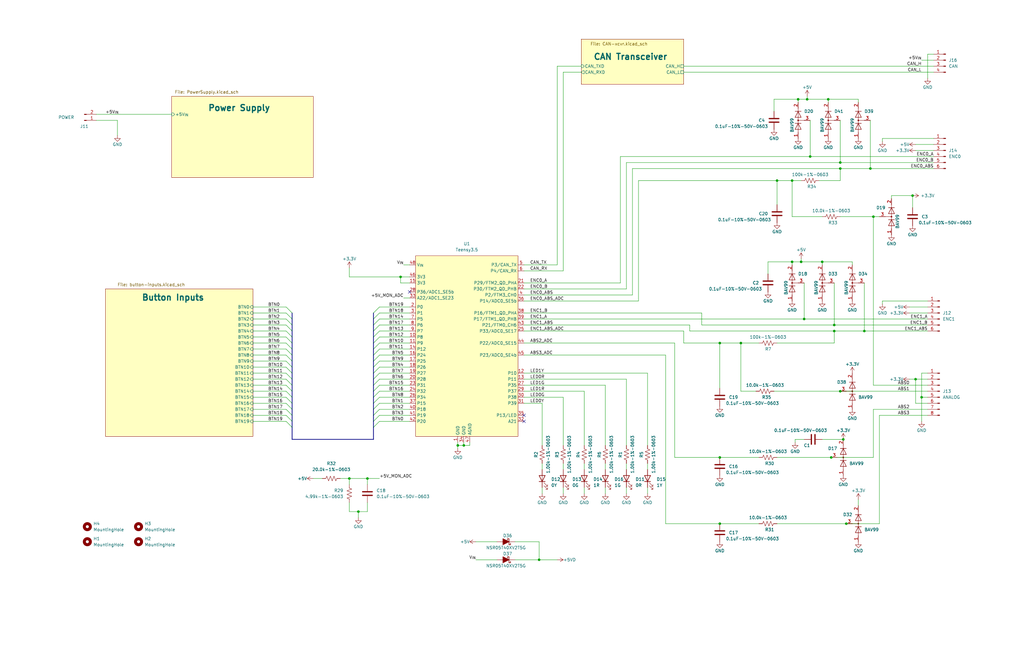
<source format=kicad_sch>
(kicad_sch (version 20211123) (generator eeschema)
  (paper "USLedger")
  (title_block (title "Button Board 2") (date "2022-12-11") (rev "1") (company "971 Spartan Robotics"))
  (junction (at 356.87 220.98))
  (junction (at 195.58 187.96))
  (junction (at 354.33 71.12))
  (junction (at 154.94 201.93))
  (junction (at 151.13 215.9))
  (junction (at 349.25 41.91))
  (junction (at 341.63 66.04))
  (junction (at 327.66 76.2))
  (junction (at 354.33 165.1))
  (junction (at 227.33 236.22))
  (junction (at 336.55 41.91))
  (junction (at 386.08 160.02))
  (junction (at 388.62 167.64))
  (junction (at 337.82 110.49))
  (junction (at 367.03 71.12))
  (junction (at 368.3 91.44))
  (junction (at 303.53 193.04))
  (junction (at 350.52 193.04))
  (junction (at 384.81 82.55))
  (junction (at 354.33 68.58))
  (junction (at 193.04 187.96))
  (junction (at 312.42 144.78))
  (junction (at 340.36 41.91))
  (junction (at 346.71 110.49))
  (junction (at 334.01 76.2))
  (junction (at 339.09 134.62))
  (junction (at 303.53 220.98))
  (junction (at 351.79 139.7))
  (junction (at 147.32 201.93))
  (junction (at 303.53 144.78))
  (junction (at 355.6 185.42))
  (junction (at 364.49 139.7))
  (junction (at 334.01 110.49))
  (junction (at 168.91 116.84))
  (junction (at 351.79 137.16))
  (no_connect (at 220.98 175.26))
  (no_connect (at 220.98 177.8))
  (no_connect (at 172.72 123.19))
  (bus_entry (at 160.02 132.08) (size -2.54 2.54))
  (bus_entry (at 160.02 147.32) (size -2.54 2.54))
  (bus_entry (at 160.02 144.78) (size -2.54 2.54))
  (bus_entry (at 160.02 142.24) (size -2.54 2.54))
  (bus_entry (at 160.02 137.16) (size -2.54 2.54))
  (bus_entry (at 120.65 132.08) (size 2.54 2.54))
  (bus_entry (at 120.65 134.62) (size 2.54 2.54))
  (bus_entry (at 120.65 137.16) (size 2.54 2.54))
  (bus_entry (at 120.65 129.54) (size 2.54 2.54))
  (bus_entry (at 120.65 139.7) (size 2.54 2.54))
  (bus_entry (at 120.65 142.24) (size 2.54 2.54))
  (bus_entry (at 120.65 144.78) (size 2.54 2.54))
  (bus_entry (at 120.65 162.56) (size 2.54 2.54))
  (bus_entry (at 120.65 167.64) (size 2.54 2.54))
  (bus_entry (at 120.65 165.1) (size 2.54 2.54))
  (bus_entry (at 120.65 175.26) (size 2.54 2.54))
  (bus_entry (at 120.65 177.8) (size 2.54 2.54))
  (bus_entry (at 120.65 172.72) (size 2.54 2.54))
  (bus_entry (at 120.65 170.18) (size 2.54 2.54))
  (bus_entry (at 120.65 160.02) (size 2.54 2.54))
  (bus_entry (at 120.65 157.48) (size 2.54 2.54))
  (bus_entry (at 120.65 154.94) (size 2.54 2.54))
  (bus_entry (at 120.65 147.32) (size 2.54 2.54))
  (bus_entry (at 120.65 149.86) (size 2.54 2.54))
  (bus_entry (at 120.65 152.4) (size 2.54 2.54))
  (bus_entry (at 160.02 157.48) (size -2.54 2.54))
  (bus_entry (at 160.02 152.4) (size -2.54 2.54))
  (bus_entry (at 160.02 172.72) (size -2.54 2.54))
  (bus_entry (at 160.02 165.1) (size -2.54 2.54))
  (bus_entry (at 160.02 170.18) (size -2.54 2.54))
  (bus_entry (at 160.02 177.8) (size -2.54 2.54))
  (bus_entry (at 160.02 160.02) (size -2.54 2.54))
  (bus_entry (at 160.02 162.56) (size -2.54 2.54))
  (bus_entry (at 160.02 175.26) (size -2.54 2.54))
  (bus_entry (at 160.02 167.64) (size -2.54 2.54))
  (bus_entry (at 160.02 154.94) (size -2.54 2.54))
  (bus_entry (at 160.02 149.86) (size -2.54 2.54))
  (bus_entry (at 160.02 129.54) (size -2.54 2.54))
  (bus_entry (at 160.02 134.62) (size -2.54 2.54))
  (bus_entry (at 160.02 139.7) (size -2.54 2.54))
  (wire (pts (xy 160.02 134.62) (xy 172.72 134.62)))
  (wire (pts (xy 147.32 113.03) (xy 147.32 116.84)))
  (bus (pts (xy 123.19 162.56) (xy 123.19 165.1)))
  (wire (pts (xy 303.53 144.78) (xy 312.42 144.78)))
  (wire (pts (xy 154.94 204.47) (xy 154.94 201.93)))
  (wire (pts (xy 290.83 139.7) (xy 290.83 137.16)))
  (wire (pts (xy 160.02 167.64) (xy 172.72 167.64)))
  (wire (pts (xy 341.63 66.04) (xy 393.7 66.04)))
  (wire (pts (xy 391.16 175.26) (xy 370.84 175.26)))
  (wire (pts (xy 237.49 205.74) (xy 237.49 208.28)))
  (wire (pts (xy 393.7 68.58) (xy 354.33 68.58)))
  (wire (pts (xy 375.92 82.55) (xy 375.92 83.82)))
  (wire (pts (xy 334.01 110.49) (xy 323.85 110.49)))
  (wire (pts (xy 106.68 162.56) (xy 120.65 162.56)))
  (wire (pts (xy 288.29 144.78) (xy 303.53 144.78)))
  (bus (pts (xy 123.19 160.02) (xy 123.19 162.56)))
  (wire (pts (xy 151.13 215.9) (xy 154.94 215.9)))
  (wire (pts (xy 160.02 147.32) (xy 172.72 147.32)))
  (wire (pts (xy 160.02 177.8) (xy 172.72 177.8)))
  (wire (pts (xy 339.09 134.62) (xy 391.16 134.62)))
  (wire (pts (xy 383.54 129.54) (xy 391.16 129.54)))
  (wire (pts (xy 391.16 139.7) (xy 364.49 139.7)))
  (wire (pts (xy 220.98 170.18) (xy 228.6 170.18)))
  (wire (pts (xy 227.33 236.22) (xy 234.95 236.22)))
  (wire (pts (xy 327.66 76.2) (xy 334.01 76.2)))
  (wire (pts (xy 234.95 27.94) (xy 234.95 111.76)))
  (wire (pts (xy 106.68 157.48) (xy 120.65 157.48)))
  (wire (pts (xy 295.91 132.08) (xy 295.91 137.16)))
  (wire (pts (xy 340.36 41.91) (xy 349.25 41.91)))
  (wire (pts (xy 220.98 157.48) (xy 273.05 157.48)))
  (bus (pts (xy 157.48 144.78) (xy 157.48 147.32)))
  (wire (pts (xy 334.01 76.2) (xy 337.82 76.2)))
  (bus (pts (xy 157.48 172.72) (xy 157.48 175.26)))
  (bus (pts (xy 157.48 170.18) (xy 157.48 172.72)))
  (wire (pts (xy 354.33 71.12) (xy 266.7 71.12)))
  (wire (pts (xy 160.02 160.02) (xy 172.72 160.02)))
  (wire (pts (xy 361.95 41.91) (xy 361.95 43.18)))
  (wire (pts (xy 383.54 160.02) (xy 386.08 160.02)))
  (wire (pts (xy 303.53 193.04) (xy 284.48 193.04)))
  (bus (pts (xy 157.48 160.02) (xy 157.48 162.56)))
  (wire (pts (xy 106.68 139.7) (xy 120.65 139.7)))
  (wire (pts (xy 246.38 198.12) (xy 246.38 195.58)))
  (wire (pts (xy 160.02 152.4) (xy 172.72 152.4)))
  (wire (pts (xy 372.11 58.42) (xy 372.11 59.69)))
  (wire (pts (xy 220.98 121.92) (xy 264.16 121.92)))
  (wire (pts (xy 160.02 129.54) (xy 172.72 129.54)))
  (wire (pts (xy 351.79 139.7) (xy 290.83 139.7)))
  (wire (pts (xy 288.29 144.78) (xy 288.29 139.7)))
  (wire (pts (xy 106.68 137.16) (xy 120.65 137.16)))
  (wire (pts (xy 106.68 167.64) (xy 120.65 167.64)))
  (wire (pts (xy 195.58 187.96) (xy 193.04 187.96)))
  (wire (pts (xy 368.3 172.72) (xy 368.3 193.04)))
  (bus (pts (xy 123.19 165.1) (xy 123.19 167.64)))
  (wire (pts (xy 246.38 208.28) (xy 246.38 205.74)))
  (bus (pts (xy 123.19 170.18) (xy 123.19 172.72)))
  (wire (pts (xy 337.82 110.49) (xy 346.71 110.49)))
  (wire (pts (xy 154.94 201.93) (xy 160.02 201.93)))
  (wire (pts (xy 356.87 220.98) (xy 370.84 220.98)))
  (wire (pts (xy 151.13 215.9) (xy 151.13 218.44)))
  (wire (pts (xy 340.36 40.64) (xy 340.36 41.91)))
  (wire (pts (xy 168.91 119.38) (xy 168.91 116.84)))
  (wire (pts (xy 106.68 170.18) (xy 120.65 170.18)))
  (wire (pts (xy 345.44 76.2) (xy 354.33 76.2)))
  (wire (pts (xy 195.58 186.69) (xy 195.58 187.96)))
  (wire (pts (xy 168.91 116.84) (xy 147.32 116.84)))
  (wire (pts (xy 391.16 33.02) (xy 391.16 22.86)))
  (wire (pts (xy 334.01 91.44) (xy 334.01 76.2)))
  (wire (pts (xy 318.77 165.1) (xy 312.42 165.1)))
  (wire (pts (xy 269.24 76.2) (xy 269.24 127)))
  (wire (pts (xy 326.39 165.1) (xy 354.33 165.1)))
  (wire (pts (xy 106.68 144.78) (xy 120.65 144.78)))
  (wire (pts (xy 337.82 110.49) (xy 334.01 110.49)))
  (wire (pts (xy 273.05 198.12) (xy 273.05 195.58)))
  (wire (pts (xy 354.33 50.8) (xy 354.33 68.58)))
  (bus (pts (xy 157.48 162.56) (xy 157.48 165.1)))
  (wire (pts (xy 386.08 63.5) (xy 393.7 63.5)))
  (wire (pts (xy 132.08 201.93) (xy 135.89 201.93)))
  (wire (pts (xy 160.02 175.26) (xy 172.72 175.26)))
  (wire (pts (xy 340.36 41.91) (xy 336.55 41.91)))
  (wire (pts (xy 154.94 212.09) (xy 154.94 215.9)))
  (wire (pts (xy 303.53 220.98) (xy 320.04 220.98)))
  (wire (pts (xy 237.49 30.48) (xy 237.49 114.3)))
  (wire (pts (xy 337.82 109.22) (xy 337.82 110.49)))
  (wire (pts (xy 384.81 87.63) (xy 384.81 82.55)))
  (wire (pts (xy 336.55 41.91) (xy 326.39 41.91)))
  (wire (pts (xy 200.66 236.22) (xy 209.55 236.22)))
  (wire (pts (xy 346.71 110.49) (xy 346.71 111.76)))
  (wire (pts (xy 354.33 165.1) (xy 391.16 165.1)))
  (wire (pts (xy 255.27 198.12) (xy 255.27 195.58)))
  (wire (pts (xy 147.32 201.93) (xy 154.94 201.93)))
  (wire (pts (xy 370.84 175.26) (xy 370.84 220.98)))
  (wire (pts (xy 327.66 220.98) (xy 356.87 220.98)))
  (bus (pts (xy 123.19 180.34) (xy 123.19 185.42)))
  (wire (pts (xy 220.98 134.62) (xy 339.09 134.62)))
  (wire (pts (xy 220.98 144.78) (xy 284.48 144.78)))
  (wire (pts (xy 193.04 186.69) (xy 193.04 187.96)))
  (bus (pts (xy 157.48 157.48) (xy 157.48 160.02)))
  (wire (pts (xy 326.39 41.91) (xy 326.39 46.99)))
  (wire (pts (xy 364.49 139.7) (xy 351.79 139.7)))
  (wire (pts (xy 312.42 165.1) (xy 312.42 144.78)))
  (wire (pts (xy 220.98 149.86) (xy 280.67 149.86)))
  (wire (pts (xy 386.08 170.18) (xy 386.08 160.02)))
  (wire (pts (xy 220.98 127) (xy 269.24 127)))
  (wire (pts (xy 264.16 208.28) (xy 264.16 205.74)))
  (wire (pts (xy 351.79 144.78) (xy 351.79 139.7)))
  (wire (pts (xy 346.71 185.42) (xy 355.6 185.42)))
  (wire (pts (xy 273.05 187.96) (xy 273.05 157.48)))
  (bus (pts (xy 157.48 149.86) (xy 157.48 152.4)))
  (wire (pts (xy 288.29 30.48) (xy 393.7 30.48)))
  (bus (pts (xy 123.19 142.24) (xy 123.19 144.78)))
  (wire (pts (xy 106.68 149.86) (xy 120.65 149.86)))
  (bus (pts (xy 157.48 137.16) (xy 157.48 139.7)))
  (wire (pts (xy 160.02 165.1) (xy 172.72 165.1)))
  (wire (pts (xy 391.16 22.86) (xy 393.7 22.86)))
  (wire (pts (xy 160.02 154.94) (xy 172.72 154.94)))
  (wire (pts (xy 106.68 175.26) (xy 120.65 175.26)))
  (wire (pts (xy 372.11 127) (xy 391.16 127)))
  (wire (pts (xy 368.3 91.44) (xy 368.3 162.56)))
  (wire (pts (xy 386.08 60.96) (xy 393.7 60.96)))
  (wire (pts (xy 354.33 76.2) (xy 354.33 71.12)))
  (wire (pts (xy 350.52 193.04) (xy 327.66 193.04)))
  (wire (pts (xy 245.11 27.94) (xy 234.95 27.94)))
  (wire (pts (xy 227.33 236.22) (xy 217.17 236.22)))
  (wire (pts (xy 335.28 186.69) (xy 335.28 185.42)))
  (wire (pts (xy 160.02 137.16) (xy 172.72 137.16)))
  (wire (pts (xy 273.05 208.28) (xy 273.05 205.74)))
  (wire (pts (xy 106.68 160.02) (xy 120.65 160.02)))
  (bus (pts (xy 157.48 152.4) (xy 157.48 154.94)))
  (wire (pts (xy 220.98 124.46) (xy 266.7 124.46)))
  (wire (pts (xy 327.66 144.78) (xy 351.79 144.78)))
  (wire (pts (xy 336.55 41.91) (xy 336.55 43.18)))
  (wire (pts (xy 312.42 144.78) (xy 320.04 144.78)))
  (bus (pts (xy 123.19 149.86) (xy 123.19 152.4)))
  (wire (pts (xy 228.6 187.96) (xy 228.6 170.18)))
  (bus (pts (xy 157.48 147.32) (xy 157.48 149.86)))
  (wire (pts (xy 323.85 110.49) (xy 323.85 115.57)))
  (bus (pts (xy 157.48 142.24) (xy 157.48 144.78)))
  (wire (pts (xy 227.33 228.6) (xy 227.33 236.22)))
  (wire (pts (xy 170.18 125.73) (xy 172.72 125.73)))
  (wire (pts (xy 393.7 25.4) (xy 388.62 25.4)))
  (wire (pts (xy 220.98 165.1) (xy 246.38 165.1)))
  (wire (pts (xy 334.01 110.49) (xy 334.01 111.76)))
  (wire (pts (xy 368.3 162.56) (xy 391.16 162.56)))
  (bus (pts (xy 157.48 175.26) (xy 157.48 177.8)))
  (bus (pts (xy 157.48 134.62) (xy 157.48 137.16)))
  (bus (pts (xy 123.19 172.72) (xy 123.19 175.26)))
  (wire (pts (xy 172.72 119.38) (xy 168.91 119.38)))
  (wire (pts (xy 327.66 76.2) (xy 327.66 86.36)))
  (wire (pts (xy 361.95 210.82) (xy 361.95 213.36)))
  (wire (pts (xy 106.68 132.08) (xy 120.65 132.08)))
  (wire (pts (xy 106.68 152.4) (xy 120.65 152.4)))
  (wire (pts (xy 320.04 193.04) (xy 303.53 193.04)))
  (bus (pts (xy 123.19 134.62) (xy 123.19 137.16)))
  (wire (pts (xy 383.54 132.08) (xy 391.16 132.08)))
  (wire (pts (xy 295.91 137.16) (xy 351.79 137.16)))
  (wire (pts (xy 220.98 114.3) (xy 237.49 114.3)))
  (wire (pts (xy 220.98 160.02) (xy 264.16 160.02)))
  (wire (pts (xy 168.91 116.84) (xy 172.72 116.84)))
  (wire (pts (xy 228.6 208.28) (xy 228.6 205.74)))
  (wire (pts (xy 160.02 162.56) (xy 172.72 162.56)))
  (wire (pts (xy 106.68 129.54) (xy 120.65 129.54)))
  (wire (pts (xy 388.62 167.64) (xy 391.16 167.64)))
  (wire (pts (xy 372.11 58.42) (xy 393.7 58.42)))
  (wire (pts (xy 384.81 82.55) (xy 375.92 82.55)))
  (wire (pts (xy 284.48 193.04) (xy 284.48 144.78)))
  (wire (pts (xy 354.33 68.58) (xy 264.16 68.58)))
  (wire (pts (xy 303.53 144.78) (xy 303.53 163.83)))
  (wire (pts (xy 264.16 187.96) (xy 264.16 160.02)))
  (bus (pts (xy 123.19 167.64) (xy 123.19 170.18)))
  (wire (pts (xy 160.02 142.24) (xy 172.72 142.24)))
  (bus (pts (xy 157.48 165.1) (xy 157.48 167.64)))
  (wire (pts (xy 160.02 144.78) (xy 172.72 144.78)))
  (wire (pts (xy 106.68 154.94) (xy 120.65 154.94)))
  (wire (pts (xy 245.11 30.48) (xy 237.49 30.48)))
  (wire (pts (xy 388.62 157.48) (xy 391.16 157.48)))
  (bus (pts (xy 157.48 154.94) (xy 157.48 157.48)))
  (wire (pts (xy 160.02 157.48) (xy 172.72 157.48)))
  (wire (pts (xy 106.68 177.8) (xy 120.65 177.8)))
  (wire (pts (xy 346.71 91.44) (xy 334.01 91.44)))
  (wire (pts (xy 255.27 187.96) (xy 255.27 162.56)))
  (wire (pts (xy 255.27 208.28) (xy 255.27 205.74)))
  (wire (pts (xy 349.25 41.91) (xy 349.25 43.18)))
  (wire (pts (xy 220.98 111.76) (xy 234.95 111.76)))
  (wire (pts (xy 386.08 160.02) (xy 391.16 160.02)))
  (wire (pts (xy 237.49 198.12) (xy 237.49 195.58)))
  (wire (pts (xy 391.16 170.18) (xy 386.08 170.18)))
  (wire (pts (xy 220.98 162.56) (xy 255.27 162.56)))
  (wire (pts (xy 354.33 71.12) (xy 367.03 71.12)))
  (wire (pts (xy 106.68 134.62) (xy 120.65 134.62)))
  (bus (pts (xy 123.19 185.42) (xy 157.48 185.42)))
  (wire (pts (xy 143.51 201.93) (xy 147.32 201.93)))
  (wire (pts (xy 193.04 187.96) (xy 193.04 189.23)))
  (wire (pts (xy 106.68 172.72) (xy 120.65 172.72)))
  (wire (pts (xy 220.98 137.16) (xy 290.83 137.16)))
  (wire (pts (xy 147.32 201.93) (xy 147.32 204.47)))
  (wire (pts (xy 354.33 91.44) (xy 368.3 91.44)))
  (wire (pts (xy 364.49 119.38) (xy 364.49 139.7)))
  (bus (pts (xy 157.48 139.7) (xy 157.48 142.24)))
  (wire (pts (xy 217.17 228.6) (xy 227.33 228.6)))
  (wire (pts (xy 264.16 198.12) (xy 264.16 195.58)))
  (wire (pts (xy 160.02 149.86) (xy 172.72 149.86)))
  (bus (pts (xy 123.19 157.48) (xy 123.19 160.02)))
  (wire (pts (xy 341.63 50.8) (xy 341.63 66.04)))
  (wire (pts (xy 228.6 198.12) (xy 228.6 195.58)))
  (wire (pts (xy 40.64 48.26) (xy 72.39 48.26)))
  (wire (pts (xy 351.79 119.38) (xy 351.79 137.16)))
  (bus (pts (xy 157.48 167.64) (xy 157.48 170.18)))
  (wire (pts (xy 170.18 111.76) (xy 172.72 111.76)))
  (wire (pts (xy 359.41 110.49) (xy 359.41 111.76)))
  (wire (pts (xy 106.68 147.32) (xy 120.65 147.32)))
  (wire (pts (xy 198.12 186.69) (xy 198.12 187.96)))
  (wire (pts (xy 147.32 215.9) (xy 151.13 215.9)))
  (wire (pts (xy 220.98 132.08) (xy 295.91 132.08)))
  (bus (pts (xy 157.48 180.34) (xy 157.48 185.42)))
  (wire (pts (xy 220.98 139.7) (xy 288.29 139.7)))
  (bus (pts (xy 123.19 154.94) (xy 123.19 157.48)))
  (bus (pts (xy 123.19 147.32) (xy 123.19 149.86)))
  (wire (pts (xy 388.62 177.8) (xy 388.62 167.64)))
  (wire (pts (xy 391.16 172.72) (xy 368.3 172.72)))
  (bus (pts (xy 123.19 144.78) (xy 123.19 147.32)))
  (wire (pts (xy 288.29 27.94) (xy 393.7 27.94)))
  (bus (pts (xy 123.19 175.26) (xy 123.19 177.8)))
  (wire (pts (xy 349.25 41.91) (xy 361.95 41.91)))
  (bus (pts (xy 157.48 132.08) (xy 157.48 134.62)))
  (wire (pts (xy 160.02 132.08) (xy 172.72 132.08)))
  (wire (pts (xy 367.03 71.12) (xy 393.7 71.12)))
  (wire (pts (xy 350.52 193.04) (xy 368.3 193.04)))
  (wire (pts (xy 160.02 139.7) (xy 172.72 139.7)))
  (wire (pts (xy 160.02 170.18) (xy 172.72 170.18)))
  (bus (pts (xy 123.19 137.16) (xy 123.19 139.7)))
  (wire (pts (xy 261.62 66.04) (xy 341.63 66.04)))
  (wire (pts (xy 391.16 137.16) (xy 351.79 137.16)))
  (wire (pts (xy 261.62 66.04) (xy 261.62 119.38)))
  (bus (pts (xy 123.19 152.4) (xy 123.19 154.94)))
  (wire (pts (xy 40.64 50.8) (xy 49.53 50.8)))
  (bus (pts (xy 123.19 132.08) (xy 123.19 134.62)))
  (wire (pts (xy 303.53 220.98) (xy 280.67 220.98)))
  (wire (pts (xy 147.32 212.09) (xy 147.32 215.9)))
  (wire (pts (xy 106.68 165.1) (xy 120.65 165.1)))
  (wire (pts (xy 367.03 50.8) (xy 367.03 71.12)))
  (wire (pts (xy 200.66 228.6) (xy 209.55 228.6)))
  (wire (pts (xy 220.98 119.38) (xy 261.62 119.38)))
  (wire (pts (xy 335.28 185.42) (xy 339.09 185.42)))
  (wire (pts (xy 264.16 68.58) (xy 264.16 121.92)))
  (wire (pts (xy 280.67 220.98) (xy 280.67 149.86)))
  (wire (pts (xy 346.71 110.49) (xy 359.41 110.49)))
  (bus (pts (xy 123.19 139.7) (xy 123.19 142.24)))
  (wire (pts (xy 372.11 127) (xy 372.11 128.27)))
  (wire (pts (xy 339.09 119.38) (xy 339.09 134.62)))
  (bus (pts (xy 157.48 177.8) (xy 157.48 180.34)))
  (wire (pts (xy 388.62 167.64) (xy 388.62 157.48)))
  (wire (pts (xy 198.12 187.96) (xy 195.58 187.96)))
  (wire (pts (xy 246.38 187.96) (xy 246.38 165.1)))
  (wire (pts (xy 370.84 91.44) (xy 368.3 91.44)))
  (wire (pts (xy 49.53 50.8) (xy 49.53 57.15)))
  (wire (pts (xy 160.02 172.72) (xy 172.72 172.72)))
  (wire (pts (xy 266.7 71.12) (xy 266.7 124.46)))
  (wire (pts (xy 106.68 142.24) (xy 120.65 142.24)))
  (wire (pts (xy 269.24 76.2) (xy 327.66 76.2)))
  (bus (pts (xy 123.19 177.8) (xy 123.19 180.34)))
  (wire (pts (xy 220.98 167.64) (xy 237.49 167.64)))
  (wire (pts (xy 237.49 187.96) (xy 237.49 167.64)))
  (label "BTN1" (at 113.03 132.08 0))
  (label "BTN19" (at 170.18 129.54 180))
  (label "BTN12" (at 113.03 160.02 0))
  (label "BTN17" (at 170.18 137.16 180))
  (label "ENC1_A" (at 223.52 134.62 0))
  (label "BTN12" (at 170.18 142.24 180))
  (label "+5V_{IN}" (at 388.62 25.4 180))
  (label "+5V_MON_ADC" (at 160.02 201.93 0))
  (label "BTN16" (at 170.18 165.1 180))
  (label "ABS0" (at 383.54 162.56 180))
  (label "BTN2" (at 170.18 172.72 180))
  (label "LED0R" (at 223.52 160.02 0))
  (label "BTN10" (at 170.18 144.78 180))
  (label "BTN11" (at 170.18 147.32 180))
  (label "BTN6" (at 170.18 160.02 180))
  (label "ENC1_ABS" (at 223.52 137.16 0))
  (label "CAN_H" (at 388.62 27.94 180))
  (label "BTN7" (at 170.18 157.48 180))
  (label "BTN0" (at 113.03 129.54 0))
  (label "ENC1_ABS" (at 391.16 139.7 180))
  (label "BTN7" (at 113.03 147.32 0))
  (label "V_{IN}" (at 200.66 236.22 180))
  (label "BTN4" (at 113.03 139.7 0))
  (label "ENC1_B" (at 391.16 137.16 180))
  (label "BTN8" (at 170.18 167.64 180))
  (label "BTN13" (at 113.03 162.56 0))
  (label "ENC0_B" (at 393.7 68.58 180))
  (label "CAN_L" (at 388.62 30.48 180))
  (label "BTN9" (at 170.18 152.4 180))
  (label "BTN10" (at 113.03 154.94 0))
  (label "ENC0_A" (at 393.7 66.04 180))
  (label "LED1G" (at 223.52 162.56 0))
  (label "+5V_MON_ADC" (at 170.18 125.73 180))
  (label "ABS1" (at 383.54 165.1 180))
  (label "LED0Y" (at 223.52 170.18 0))
  (label "BTN16" (at 113.03 170.18 0))
  (label "LED0G" (at 223.52 167.64 0))
  (label "CAN_TX" (at 223.52 111.76 0))
  (label "BTN1" (at 170.18 170.18 180))
  (label "ENC0_ABS" (at 223.52 124.46 0))
  (label "ENC0_A" (at 223.52 119.38 0))
  (label "BTN14" (at 113.03 165.1 0))
  (label "BTN4" (at 170.18 154.94 180))
  (label "+5V_{IN}" (at 44.45 48.26 0))
  (label "BTN5" (at 170.18 149.86 180))
  (label "BTN0" (at 170.18 177.8 180))
  (label "BTN6" (at 113.03 144.78 0))
  (label "BTN5" (at 113.03 142.24 0))
  (label "BTN13" (at 170.18 139.7 180))
  (label "BTN18" (at 170.18 132.08 180))
  (label "ENC0_ABS" (at 393.7 71.12 180))
  (label "LED1R" (at 223.52 165.1 0))
  (label "BTN18" (at 113.03 175.26 0))
  (label "BTN9" (at 113.03 152.4 0))
  (label "BTN15" (at 113.03 167.64 0))
  (label "ENC1_B" (at 223.52 132.08 0))
  (label "BTN3" (at 170.18 175.26 180))
  (label "BTN15" (at 170.18 162.56 180))
  (label "ENC1_ABS_ADC" (at 223.52 139.7 0))
  (label "ENC1_A" (at 391.16 134.62 180))
  (label "BTN2" (at 113.03 134.62 0))
  (label "ABS3_ADC" (at 223.52 149.86 0))
  (label "ENC0_ABS_ADC" (at 223.52 127 0))
  (label "ABS2" (at 383.54 172.72 180))
  (label "LED1Y" (at 223.52 157.48 0))
  (label "ABS2_ADC" (at 223.52 144.78 0))
  (label "BTN19" (at 113.03 177.8 0))
  (label "BTN11" (at 113.03 157.48 0))
  (label "V_{IN}" (at 170.18 111.76 180))
  (label "CAN_RX" (at 223.52 114.3 0))
  (label "ABS3" (at 383.54 175.26 180))
  (label "BTN17" (at 113.03 172.72 0))
  (label "ENC0_B" (at 223.52 121.92 0))
  (label "BTN14" (at 170.18 134.62 180))
  (label "BTN3" (at 113.03 137.16 0))
  (label "BTN8" (at 113.03 149.86 0))
  (symbol (lib_id "power:GND") (at 303.53 228.6 0) (mirror y) (unit 1)
    (property "Reference" "#PWR016" (effects hide))
    (property "Value" "GND" (at 303.53 232.41 0))
  )
  (symbol (lib_id "power:+3.3V") (at 359.41 157.48 0) (unit 1)
    (property "Reference" "#PWR0151" (effects hide))
    (property "Value" "+3.3V" (at 359.41 153.67 0))
  )
  (symbol (lib_id "power:GND") (at 335.28 186.69 0) (unit 1)
    (property "Reference" "#PWR021" (effects hide))
    (property "Value" "GND" (at 335.28 190.5 0))
  )
  (symbol (lib_id "Connector:Conn_01x06_Male") (at 396.24 132.08 0) (mirror y) (unit 1)
    (property "Reference" "J12" (at 397.51 132.0799 0) (effects (justify right)))
    (property "Value" "ENC1" (at 397.51 134.6199 0) (effects (justify right)))
    (property "Footprint" "ButtonBd2:70543-0005" (effects hide))
    (property "Datasheet" "https://www.molex.com/pdm_docs/sd/705430001_sd.pdf" (effects hide))
    (property "MFG" "Molex" (effects hide))
    (property "MFG P/N" "70541-0005" (effects hide))
  )
  (symbol (lib_id "Device:R_US") (at 273.05 191.77 0) (unit 1)
    (property "Reference" "R5" (at 270.51 190.5 90) (effects (justify right)))
    (property "Value" "1.00k-1%-0603" (at 275.59 191.77 90))
    (property "Footprint" "Resistor_SMD:R_0603_1608Metric" (effects hide))
    (property "MFG" "Stackpole Electronics Inc" (effects hide))
    (property "MFG P/N" "RNCP0603FTD1K00" (effects hide))
  )
  (symbol (lib_id "Device:LED") (at 246.38 201.93 90) (unit 1)
    (property "Reference" "D14" (at 250.19 202.2474 90) (effects (justify right)))
    (property "Value" "1R" (at 250.19 204.7874 90) (effects (justify right)))
    (property "Footprint" "LED_SMD:LED_0603_1608Metric" (effects hide))
    (property "Datasheet" "http://www.stanley-components.com/php/downloaddatafile.php?rp=h1111c_e.pdf" (effects hide))
    (property "MFG" "Stanley Electric" (effects hide))
    (property "MFG P/N" "BR1111C-TR" (effects hide))
  )
  (symbol (lib_id "power:+5V") (at 383.54 129.54 90) (unit 1)
    (property "Reference" "#PWR050" (effects hide))
    (property "Value" "+5V" (at 381 129.54 90) (effects (justify left)))
  )
  (symbol (lib_id "power:+3.3V") (at 384.81 82.55 270) (unit 1)
    (property "Reference" "#PWR052" (effects hide))
    (property "Value" "+3.3V" (at 391.16 82.55 90))
  )
  (symbol (lib_id "power:GND") (at 49.53 57.15 0) (unit 1)
    (property "Reference" "#PWR02" (effects hide))
    (property "Value" "GND" (at 49.53 60.96 0))
  )
  (symbol (lib_id "Mechanical:MountingHole") (at 36.83 222.25 0) (unit 1) (in_bom no)
    (property "Reference" "H4" (at 39.37 220.9799 0) (effects (justify left)))
    (property "Value" "MountingHole" (at 39.37 223.5199 0) (effects (justify left)))
    (property "Footprint" "MountingHole:MountingHole_3.2mm_M3" (effects hide))
  )
  (symbol (lib_id "Device:R_US") (at 323.85 144.78 90) (unit 1)
    (property "Reference" "R7" (at 322.58 147.32 90) (effects (justify right)))
    (property "Value" "100k-1%-0603" (at 323.85 142.24 90))
    (property "Footprint" "Resistor_SMD:R_0603_1608Metric" (effects hide))
    (property "MFG" "YAGEO" (effects hide))
    (property "MFG P/N" "RC0603FR-07100KL" (effects hide))
  )
  (symbol (lib_id "power:GND") (at 372.11 59.69 0) (mirror y) (unit 1)
    (property "Reference" "#PWR041" (effects hide))
    (property "Value" "GND" (at 372.11 63.5 0))
  )
  (symbol (lib_id "Connector:Conn_01x08_Male") (at 396.24 165.1 0) (mirror y) (unit 1)
    (property "Reference" "J13" (at 397.51 165.0999 0) (effects (justify right)))
    (property "Value" "ANALOG" (at 397.51 167.6399 0) (effects (justify right)))
    (property "Footprint" "ButtonBd2:70543-0007" (effects hide))
    (property "Datasheet" "https://www.molex.com/pdm_docs/sd/705430001_sd.pdf" (effects hide))
    (property "MFG" "Molex" (effects hide))
    (property "MFG P/N" "70541-0007" (effects hide))
  )
  (symbol (lib_id "power:+3.3V") (at 383.54 132.08 90) (unit 1)
    (property "Reference" "#PWR051" (effects hide))
    (property "Value" "+3.3V" (at 381 132.08 90) (effects (justify left)))
  )
  (symbol (lib_id "power:GND") (at 327.66 93.98 0) (unit 1)
    (property "Reference" "#PWR019" (effects hide))
    (property "Value" "GND" (at 327.66 97.79 0))
  )
  (symbol (lib_id "power:GND") (at 273.05 208.28 0) (unit 1)
    (property "Reference" "#PWR013" (effects hide))
    (property "Value" "GND" (at 273.05 212.09 0))
  )
  (symbol (lib_id "Connector:Conn_01x06_Male") (at 398.78 63.5 0) (mirror y) (unit 1)
    (property "Reference" "J14" (at 400.05 63.4999 0) (effects (justify right)))
    (property "Value" "ENC0" (at 400.05 66.0399 0) (effects (justify right)))
    (property "Footprint" "ButtonBd2:70543-0005" (effects hide))
    (property "Datasheet" "https://www.molex.com/pdm_docs/sd/705430001_sd.pdf" (effects hide))
    (property "MFG" "Molex" (effects hide))
    (property "MFG P/N" "70541-0005" (effects hide))
  )
  (symbol (lib_id "power:GND") (at 346.71 127 0) (mirror y) (unit 1)
    (property "Reference" "#PWR027" (effects hide))
    (property "Value" "GND" (at 346.71 130.81 0))
  )
  (symbol (lib_id "Device:R_US") (at 323.85 193.04 90) (unit 1)
    (property "Reference" "R30" (at 322.58 195.58 90) (effects (justify right)))
    (property "Value" "10.0k-1%-0603" (at 323.85 190.5 90))
    (property "Footprint" "Resistor_SMD:R_0603_1608Metric" (effects hide))
    (property "MFG" "YAGEO" (effects hide))
    (property "MFG P/N" "RC0603FR-0710KL" (effects hide))
  )
  (symbol (lib_id "Device:R_US") (at 350.52 91.44 90) (unit 1)
    (property "Reference" "R33" (at 349.25 93.98 90) (effects (justify right)))
    (property "Value" "10.0k-1%-0603" (at 350.52 88.9 90))
    (property "Footprint" "Resistor_SMD:R_0603_1608Metric" (effects hide))
    (property "MFG" "YAGEO" (effects hide))
    (property "MFG P/N" "RC0603FR-0710KL" (effects hide))
  )
  (symbol (lib_id "Device:R_US") (at 322.58 165.1 90) (unit 1)
    (property "Reference" "R35" (at 321.31 167.64 90) (effects (justify right)))
    (property "Value" "10.0k-1%-0603" (at 322.58 162.56 90))
    (property "Footprint" "Resistor_SMD:R_0603_1608Metric" (effects hide))
    (property "MFG" "YAGEO" (effects hide))
    (property "MFG P/N" "RC0603FR-0710KL" (effects hide))
  )
  (symbol (lib_id "power:GND") (at 361.95 228.6 0) (unit 1)
    (property "Reference" "#PWR036" (effects hide))
    (property "Value" "GND" (at 361.95 232.41 0))
  )
  (symbol (lib_id "Diode:BAV99") (at 355.6 193.04 270) (mirror x) (unit 1)
    (property "Reference" "D17" (at 353.06 189.23 90) (effects (justify right)))
    (property "Value" "BAV99" (at 358.14 195.58 90) (effects (justify left)))
    (property "Footprint" "Package_TO_SOT_SMD:SOT-23" (effects hide))
    (property "Datasheet" "https://assets.nexperia.com/documents/data-sheet/BAV99_SER.pdf" (effects hide))
    (property "MFG" "Nexperia USA Inc." (effects hide))
    (property "MFG P/N" "BAV99,235" (effects hide))
  )
  (symbol (lib_id "power:GND") (at 391.16 33.02 0) (mirror y) (unit 1)
    (property "Reference" "#PWR059" (effects hide))
    (property "Value" "GND" (at 391.16 36.83 0))
  )
  (symbol (lib_id "power:+5V") (at 340.36 40.64 0) (unit 1)
    (property "Reference" "#PWR0149" (effects hide))
    (property "Value" "+5V" (at 340.36 36.83 0))
  )
  (symbol (lib_id "power:+5VD") (at 234.95 236.22 270) (unit 1)
    (property "Reference" "#PWR025" (effects hide))
    (property "Value" "+5VD" (at 237.49 236.22 90) (effects (justify left)))
  )
  (symbol (lib_id "Diode:BAV99") (at 375.92 91.44 270) (mirror x) (unit 1)
    (property "Reference" "D19" (at 373.38 87.63 90) (effects (justify right)))
    (property "Value" "BAV99" (at 378.46 96.52 0) (effects (justify left)))
    (property "Footprint" "Package_TO_SOT_SMD:SOT-23" (effects hide))
    (property "Datasheet" "https://assets.nexperia.com/documents/data-sheet/BAV99_SER.pdf" (effects hide))
    (property "MFG" "Nexperia USA Inc." (effects hide))
    (property "MFG P/N" "BAV99,235" (effects hide))
  )
  (symbol (lib_id "Device:LED") (at 237.49 201.93 90) (unit 1)
    (property "Reference" "D13" (at 241.3 202.2474 90) (effects (justify right)))
    (property "Value" "0G" (at 241.3 204.7874 90) (effects (justify right)))
    (property "Footprint" "LED_SMD:LED_0603_1608Metric" (effects hide))
    (property "Datasheet" "https://www.we-online.com/katalog/datasheet/150060YS75000.pdf" (effects hide))
    (property "MFG" "Wurth Electronik" (effects hide))
    (property "MFG P/N" "150060GS75000" (effects hide))
  )
  (symbol (lib_id "power:GND") (at 334.01 127 0) (mirror y) (unit 1)
    (property "Reference" "#PWR020" (effects hide))
    (property "Value" "GND" (at 334.01 130.81 0))
  )
  (symbol (lib_id "Device:R_US") (at 264.16 191.77 0) (unit 1)
    (property "Reference" "R1" (at 261.62 190.5 90) (effects (justify right)))
    (property "Value" "1.00k-1%-0603" (at 266.7 191.77 90))
    (property "Footprint" "Resistor_SMD:R_0603_1608Metric" (effects hide))
    (property "MFG" "Stackpole Electronics Inc" (effects hide))
    (property "MFG P/N" "RNCP0603FTD1K00" (effects hide))
  )
  (symbol (lib_id "Device:C") (at 327.66 90.17 0) (unit 1)
    (property "Reference" "C20" (at 323.85 90.17 0) (effects (justify right)))
    (property "Value" "0.1uF-10%-50V-0603" (at 325.12 92.71 0) (effects (justify right)))
    (property "Footprint" "Capacitor_SMD:C_0603_1608Metric" (effects hide))
    (property "MFG" "Samsung Electro-Mechanics" (effects hide))
    (property "MFG P/N" "CL10B104KB8NNNC" (effects hide))
  )
  (symbol (lib_id "power:GND") (at 359.41 127 0) (mirror y) (unit 1)
    (property "Reference" "#PWR031" (effects hide))
    (property "Value" "GND" (at 359.41 130.81 0))
  )
  (symbol (lib_id "Mechanical:MountingHole") (at 36.83 228.6 0) (unit 1) (in_bom no)
    (property "Reference" "H1" (at 39.37 227.3299 0) (effects (justify left)))
    (property "Value" "MountingHole" (at 39.37 229.8699 0) (effects (justify left)))
    (property "Footprint" "MountingHole:MountingHole_3.2mm_M3" (effects hide))
  )
  (symbol (lib_id "Device:LED") (at 228.6 201.93 90) (unit 1)
    (property "Reference" "D12" (at 232.41 202.2474 90) (effects (justify right)))
    (property "Value" "0Y" (at 232.41 204.7874 90) (effects (justify right)))
    (property "Footprint" "LED_SMD:LED_0603_1608Metric" (effects hide))
    (property "Datasheet" "https://www.we-online.com/katalog/datasheet/150060YS75000.pdf" (effects hide))
    (property "MFG" "Wurth Electronik" (effects hide))
    (property "MFG P/N" "150060YS75000" (effects hide))
  )
  (symbol (lib_id "power:GND") (at 228.6 208.28 0) (unit 1)
    (property "Reference" "#PWR08" (effects hide))
    (property "Value" "GND" (at 228.6 212.09 0))
  )
  (symbol (lib_id "Device:R_US") (at 228.6 191.77 0) (unit 1)
    (property "Reference" "R2" (at 226.06 190.5 90) (effects (justify right)))
    (property "Value" "1.00k-1%-0603" (at 231.14 191.77 90))
    (property "Footprint" "Resistor_SMD:R_0603_1608Metric" (effects hide))
    (property "MFG" "Stackpole Electronics Inc" (effects hide))
    (property "MFG P/N" "RNCP0603FTD1K00" (effects hide))
  )
  (symbol (lib_id "Device:C") (at 303.53 167.64 0) (mirror y) (unit 1)
    (property "Reference" "C19" (at 307.34 167.64 0) (effects (justify right)))
    (property "Value" "0.1uF-10%-50V-0603" (at 306.07 170.18 0) (effects (justify right)))
    (property "Footprint" "Capacitor_SMD:C_0603_1608Metric" (effects hide))
    (property "MFG" "Samsung Electro-Mechanics" (effects hide))
    (property "MFG P/N" "CL10B104KB8NNNC" (effects hide))
  )
  (symbol (lib_id "Diode:BAV99") (at 359.41 165.1 270) (mirror x) (unit 1)
    (property "Reference" "D38" (at 356.87 161.29 90) (effects (justify right)))
    (property "Value" "BAV99" (at 361.95 167.64 90) (effects (justify left)))
    (property "Footprint" "Package_TO_SOT_SMD:SOT-23" (effects hide))
    (property "Datasheet" "https://assets.nexperia.com/documents/data-sheet/BAV99_SER.pdf" (effects hide))
    (property "MFG" "Nexperia USA Inc." (effects hide))
    (property "MFG P/N" "BAV99,235" (effects hide))
  )
  (symbol (lib_id "power:GND") (at 151.13 218.44 0) (unit 1)
    (property "Reference" "#PWR05" (effects hide))
    (property "Value" "GND" (at 151.13 222.25 0))
  )
  (symbol (lib_id "power:+5V") (at 386.08 60.96 90) (unit 1)
    (property "Reference" "#PWR054" (effects hide))
    (property "Value" "+5V" (at 383.54 60.96 90) (effects (justify left)))
  )
  (symbol (lib_id "Mechanical:MountingHole") (at 58.42 228.6 0) (unit 1) (in_bom no)
    (property "Reference" "H2" (at 60.96 227.3299 0) (effects (justify left)))
    (property "Value" "MountingHole" (at 60.96 229.8699 0) (effects (justify left)))
    (property "Footprint" "MountingHole:MountingHole_3.2mm_M3" (effects hide))
  )
  (symbol (lib_id "Device:C") (at 326.39 50.8 0) (unit 1)
    (property "Reference" "C4" (at 322.58 50.8 0) (effects (justify right)))
    (property "Value" "0.1uF-10%-50V-0603" (at 323.85 53.34 0) (effects (justify right)))
    (property "Footprint" "Capacitor_SMD:C_0603_1608Metric" (effects hide))
    (property "MFG" "Samsung Electro-Mechanics" (effects hide))
    (property "MFG P/N" "CL10B104KB8NNNC" (effects hide))
  )
  (symbol (lib_id "Device:C") (at 154.94 208.28 0) (unit 1)
    (property "Reference" "C18" (at 158.75 207.0099 0) (effects (justify left)))
    (property "Value" "0.1uF-10%-50V-0603" (at 158.75 209.5499 0) (effects (justify left)))
    (property "Footprint" "Capacitor_SMD:C_0603_1608Metric" (effects hide))
    (property "MFG" "Samsung Electro-Mechanics" (effects hide))
    (property "MFG P/N" "CL10B104KB8NNNC" (effects hide))
  )
  (symbol (lib_id "Diode:BAV99") (at 361.95 50.8 90) (unit 1)
    (property "Reference" "D39" (at 364.49 46.99 90) (effects (justify right)))
    (property "Value" "BAV99" (at 359.41 55.88 0) (effects (justify left)))
    (property "Footprint" "Package_TO_SOT_SMD:SOT-23" (effects hide))
    (property "Datasheet" "https://assets.nexperia.com/documents/data-sheet/BAV99_SER.pdf" (effects hide))
    (property "MFG" "Nexperia USA Inc." (effects hide))
    (property "MFG P/N" "BAV99,235" (effects hide))
  )
  (symbol (lib_id "Device:R_US") (at 341.63 76.2 90) (unit 1)
    (property "Reference" "R34" (at 340.36 78.74 90) (effects (justify right)))
    (property "Value" "100k-1%-0603" (at 341.63 73.66 90))
    (property "Footprint" "Resistor_SMD:R_0603_1608Metric" (effects hide))
    (property "MFG" "YAGEO" (effects hide))
    (property "MFG P/N" "RC0603FR-07100KL" (effects hide))
  )
  (symbol (lib_id "Diode:BAV99") (at 336.55 50.8 90) (unit 1)
    (property "Reference" "D20" (at 339.09 46.99 90) (effects (justify right)))
    (property "Value" "BAV99" (at 334.01 55.88 0) (effects (justify left)))
    (property "Footprint" "Package_TO_SOT_SMD:SOT-23" (effects hide))
    (property "Datasheet" "https://assets.nexperia.com/documents/data-sheet/BAV99_SER.pdf" (effects hide))
    (property "MFG" "Nexperia USA Inc." (effects hide))
    (property "MFG P/N" "BAV99,235" (effects hide))
  )
  (symbol (lib_id "power:+3.3V") (at 386.08 63.5 90) (unit 1)
    (property "Reference" "#PWR055" (effects hide))
    (property "Value" "+3.3V" (at 383.54 63.5 90) (effects (justify left)))
  )
  (symbol (lib_id "Device:C") (at 384.81 91.44 0) (mirror y) (unit 1)
    (property "Reference" "C3" (at 388.62 91.44 0) (effects (justify right)))
    (property "Value" "0.1uF-10%-50V-0603" (at 387.35 93.98 0) (effects (justify right)))
    (property "Footprint" "Capacitor_SMD:C_0603_1608Metric" (effects hide))
    (property "MFG" "Samsung Electro-Mechanics" (effects hide))
    (property "MFG P/N" "CL10B104KB8NNNC" (effects hide))
  )
  (symbol (lib_id "Connector:Conn_01x02_Male") (at 35.56 50.8 0) (mirror x) (unit 1)
    (property "Reference" "J11" (at 35.56 53.34 0))
    (property "Value" "POWER" (at 27.94 49.53 0))
    (property "Footprint" "ButtonBd2:70543-0001" (effects hide))
    (property "Datasheet" "https://www.molex.com/pdm_docs/sd/705430001_sd.pdf" (effects hide))
    (property "MFG" "Molex" (effects hide))
    (property "MFG P/N" "70541-0001" (effects hide))
  )
  (symbol (lib_id "power:+5V") (at 132.08 201.93 90) (unit 1)
    (property "Reference" "#PWR03" (effects hide))
    (property "Value" "+5V" (at 129.54 201.93 90) (effects (justify left)))
  )
  (symbol (lib_id "Device:D_Schottky") (at 213.36 228.6 180) (unit 1)
    (property "Reference" "D36" (at 212.09 226.06 0) (effects (justify right)))
    (property "Value" "NSR05T40XV2T5G" (at 213.36 231.14 0))
    (property "Footprint" "Diode_SMD:D_SOD-523" (effects hide))
    (property "MFG" "onsemi" (effects hide))
    (property "MFG P/N" "NSR05T40XV2T5G" (effects hide))
  )
  (symbol (lib_id "power:GND") (at 349.25 58.42 0) (mirror y) (unit 1)
    (property "Reference" "#PWR028" (effects hide))
    (property "Value" "GND" (at 349.25 62.23 0))
  )
  (symbol (lib_id "power:GND") (at 336.55 58.42 0) (mirror y) (unit 1)
    (property "Reference" "#PWR022" (effects hide))
    (property "Value" "GND" (at 336.55 62.23 0))
  )
  (symbol (lib_id "power:GND") (at 193.04 189.23 0) (unit 1)
    (property "Reference" "#PWR07" (effects hide))
    (property "Value" "GND" (at 193.04 193.04 0))
  )
  (symbol (lib_id "Device:LED") (at 273.05 201.93 90) (unit 1)
    (property "Reference" "D15" (at 276.86 202.2474 90) (effects (justify right)))
    (property "Value" "1Y" (at 276.86 204.7874 90) (effects (justify right)))
    (property "Footprint" "LED_SMD:LED_0603_1608Metric" (effects hide))
    (property "Datasheet" "https://www.we-online.com/katalog/datasheet/150060YS75000.pdf" (effects hide))
    (property "MFG" "Wurth Electronik" (effects hide))
    (property "MFG P/N" "150060YS75000" (effects hide))
  )
  (symbol (lib_id "Device:LED") (at 264.16 201.93 90) (unit 1)
    (property "Reference" "D11" (at 267.97 202.2474 90) (effects (justify right)))
    (property "Value" "0R" (at 267.97 204.7874 90) (effects (justify right)))
    (property "Footprint" "LED_SMD:LED_0603_1608Metric" (effects hide))
    (property "Datasheet" "http://www.stanley-components.com/php/downloaddatafile.php?rp=h1111c_e.pdf" (effects hide))
    (property "MFG" "Stanley Electric" (effects hide))
    (property "MFG P/N" "BR1111C-TR" (effects hide))
  )
  (symbol (lib_id "power:GND") (at 372.11 128.27 0) (mirror y) (unit 1)
    (property "Reference" "#PWR040" (effects hide))
    (property "Value" "GND" (at 372.11 132.08 0))
  )
  (symbol (lib_id "Diode:BAV99") (at 349.25 50.8 90) (unit 1)
    (property "Reference" "D41" (at 351.79 46.99 90) (effects (justify right)))
    (property "Value" "BAV99" (at 346.71 55.88 0) (effects (justify left)))
    (property "Footprint" "Package_TO_SOT_SMD:SOT-23" (effects hide))
    (property "Datasheet" "https://assets.nexperia.com/documents/data-sheet/BAV99_SER.pdf" (effects hide))
    (property "MFG" "Nexperia USA Inc." (effects hide))
    (property "MFG P/N" "BAV99,235" (effects hide))
  )
  (symbol (lib_id "power:GND") (at 237.49 208.28 0) (unit 1)
    (property "Reference" "#PWR09" (effects hide))
    (property "Value" "GND" (at 237.49 212.09 0))
  )
  (symbol (lib_id "power:GND") (at 303.53 200.66 0) (mirror y) (unit 1)
    (property "Reference" "#PWR015" (effects hide))
    (property "Value" "GND" (at 303.53 204.47 0))
  )
  (symbol (lib_id "Device:C") (at 303.53 196.85 0) (mirror y) (unit 1)
    (property "Reference" "C16" (at 307.34 196.85 0) (effects (justify right)))
    (property "Value" "0.1uF-10%-50V-0603" (at 306.07 199.39 0) (effects (justify right)))
    (property "Footprint" "Capacitor_SMD:C_0603_1608Metric" (effects hide))
    (property "MFG" "Samsung Electro-Mechanics" (effects hide))
    (property "MFG P/N" "CL10B104KB8NNNC" (effects hide))
  )
  (symbol (lib_id "Diode:BAV99") (at 359.41 119.38 90) (unit 1)
    (property "Reference" "D34" (at 361.95 115.57 90) (effects (justify right)))
    (property "Value" "BAV99" (at 356.87 124.46 0) (effects (justify left)))
    (property "Footprint" "Package_TO_SOT_SMD:SOT-23" (effects hide))
    (property "Datasheet" "https://assets.nexperia.com/documents/data-sheet/BAV99_SER.pdf" (effects hide))
    (property "MFG" "Nexperia USA Inc." (effects hide))
    (property "MFG P/N" "BAV99,235" (effects hide))
  )
  (symbol (lib_id "Device:R_US") (at 237.49 191.77 0) (unit 1)
    (property "Reference" "R3" (at 234.95 190.5 90) (effects (justify right)))
    (property "Value" "1.00k-1%-0603" (at 240.03 191.77 90))
    (property "Footprint" "Resistor_SMD:R_0603_1608Metric" (effects hide))
    (property "MFG" "Stackpole Electronics Inc" (effects hide))
    (property "MFG P/N" "RNCP0603FTD1K00" (effects hide))
  )
  (symbol (lib_id "power:GND") (at 323.85 123.19 0) (unit 1)
    (property "Reference" "#PWR017" (effects hide))
    (property "Value" "GND" (at 323.85 127 0))
  )
  (symbol (lib_id "power:GND") (at 375.92 99.06 0) (unit 1)
    (property "Reference" "#PWR043" (effects hide))
    (property "Value" "GND" (at 375.92 102.87 0))
  )
  (symbol (lib_id "Diode:BAV99") (at 346.71 119.38 90) (unit 1)
    (property "Reference" "D33" (at 349.25 115.57 90) (effects (justify right)))
    (property "Value" "BAV99" (at 344.17 124.46 0) (effects (justify left)))
    (property "Footprint" "Package_TO_SOT_SMD:SOT-23" (effects hide))
    (property "Datasheet" "https://assets.nexperia.com/documents/data-sheet/BAV99_SER.pdf" (effects hide))
    (property "MFG" "Nexperia USA Inc." (effects hide))
    (property "MFG P/N" "BAV99,235" (effects hide))
  )
  (symbol (lib_id "power:GND") (at 246.38 208.28 0) (unit 1)
    (property "Reference" "#PWR010" (effects hide))
    (property "Value" "GND" (at 246.38 212.09 0))
  )
  (symbol (lib_id "power:+5V") (at 337.82 109.22 0) (unit 1)
    (property "Reference" "#PWR032" (effects hide))
    (property "Value" "+5V" (at 337.82 105.41 0))
  )
  (symbol (lib_id "Device:R_US") (at 246.38 191.77 0) (unit 1)
    (property "Reference" "R4" (at 243.84 190.5 90) (effects (justify right)))
    (property "Value" "1.00k-1%-0603" (at 248.92 191.77 90))
    (property "Footprint" "Resistor_SMD:R_0603_1608Metric" (effects hide))
    (property "MFG" "Stackpole Electronics Inc" (effects hide))
    (property "MFG P/N" "RNCP0603FTD1K00" (effects hide))
  )
  (symbol (lib_id "power:+3.3V") (at 147.32 113.03 0) (unit 1)
    (property "Reference" "#PWR04" (effects hide))
    (property "Value" "+3.3V" (at 147.32 109.22 0))
  )
  (symbol (lib_id "Device:R_US") (at 147.32 208.28 0) (unit 1)
    (property "Reference" "R29" (at 144.78 207.01 0) (effects (justify right)))
    (property "Value" "4.99k-1%-0603" (at 144.78 209.55 0) (effects (justify right)))
    (property "Footprint" "Resistor_SMD:R_0603_1608Metric" (effects hide))
    (property "MFG" "Stackpole Electronics Inc" (effects hide))
    (property "MFG P/N" "RMCF0603FT4R99" (effects hide))
  )
  (symbol (lib_id "power:GND") (at 355.6 200.66 0) (unit 1)
    (property "Reference" "#PWR030" (effects hide))
    (property "Value" "GND" (at 355.6 204.47 0))
  )
  (symbol (lib_id "power:+3.3V") (at 361.95 210.82 0) (unit 1)
    (property "Reference" "#PWR0150" (effects hide))
    (property "Value" "+3.3V" (at 361.95 207.01 0))
  )
  (symbol (lib_id "power:GND") (at 361.95 58.42 0) (mirror y) (unit 1)
    (property "Reference" "#PWR034" (effects hide))
    (property "Value" "GND" (at 361.95 62.23 0))
  )
  (symbol (lib_id "power:GND") (at 264.16 208.28 0) (unit 1)
    (property "Reference" "#PWR012" (effects hide))
    (property "Value" "GND" (at 264.16 212.09 0))
  )
  (symbol (lib_id "Device:R_US") (at 323.85 220.98 90) (unit 1)
    (property "Reference" "R31" (at 322.58 223.52 90) (effects (justify right)))
    (property "Value" "10.0k-1%-0603" (at 323.85 218.44 90))
    (property "Footprint" "Resistor_SMD:R_0603_1608Metric" (effects hide))
    (property "MFG" "YAGEO" (effects hide))
    (property "MFG P/N" "RC0603FR-0710KL" (effects hide))
  )
  (symbol (lib_id "power:+3.3V") (at 355.6 185.42 0) (unit 1)
    (property "Reference" "#PWR029" (effects hide))
    (property "Value" "+3.3V" (at 355.6 181.61 0))
  )
  (symbol (lib_id "Diode:BAV99") (at 334.01 119.38 90) (unit 1)
    (property "Reference" "D18" (at 336.55 115.57 90) (effects (justify right)))
    (property "Value" "BAV99" (at 331.47 124.46 0) (effects (justify left)))
    (property "Footprint" "Package_TO_SOT_SMD:SOT-23" (effects hide))
    (property "Datasheet" "https://assets.nexperia.com/documents/data-sheet/BAV99_SER.pdf" (effects hide))
    (property "MFG" "Nexperia USA Inc." (effects hide))
    (property "MFG P/N" "BAV99,235" (effects hide))
  )
  (symbol (lib_id "Device:R_US") (at 255.27 191.77 0) (unit 1)
    (property "Reference" "R6" (at 252.73 190.5 90) (effects (justify right)))
    (property "Value" "1.00k-1%-0603" (at 257.81 191.77 90))
    (property "Footprint" "Resistor_SMD:R_0603_1608Metric" (effects hide))
    (property "MFG" "Stackpole Electronics Inc" (effects hide))
    (property "MFG P/N" "RNCP0603FTD1K00" (effects hide))
  )
  (symbol (lib_id "Device:R_US") (at 139.7 201.93 270) (unit 1)
    (property "Reference" "R32" (at 139.7 195.58 90))
    (property "Value" "20.0k-1%-0603" (at 139.7 198.12 90))
    (property "Footprint" "Resistor_SMD:R_0603_1608Metric" (effects hide))
    (property "MFG" "YAGEO" (effects hide))
    (property "MFG P/N" "RC0603FR-0720KL" (effects hide))
  )
  (symbol (lib_id "power:GND") (at 303.53 171.45 0) (mirror y) (unit 1)
    (property "Reference" "#PWR014" (effects hide))
    (property "Value" "GND" (at 303.53 175.26 0))
  )
  (symbol (lib_id "power:GND") (at 384.81 95.25 0) (mirror y) (unit 1)
    (property "Reference" "#PWR053" (effects hide))
    (property "Value" "GND" (at 384.81 99.06 0))
  )
  (symbol (lib_id "Mechanical:MountingHole") (at 58.42 222.25 0) (unit 1) (in_bom no)
    (property "Reference" "H3" (at 60.96 220.9799 0) (effects (justify left)))
    (property "Value" "MountingHole" (at 60.96 223.5199 0) (effects (justify left)))
    (property "Footprint" "MountingHole:MountingHole_3.2mm_M3" (effects hide))
  )
  (symbol (lib_id "power:+5V") (at 200.66 228.6 90) (unit 1)
    (property "Reference" "#PWR023" (effects hide))
    (property "Value" "+5V" (at 198.12 228.6 90) (effects (justify left)))
  )
  (symbol (lib_id "Device:C") (at 342.9 185.42 90) (unit 1)
    (property "Reference" "C1" (at 341.63 187.96 90) (effects (justify left)))
    (property "Value" "0.1uF-10%-50V-0603" (at 326.39 181.61 90) (effects (justify right)))
    (property "Footprint" "Capacitor_SMD:C_0603_1608Metric" (effects hide))
    (property "MFG" "Samsung Electro-Mechanics" (effects hide))
    (property "MFG P/N" "CL10B104KB8NNNC" (effects hide))
  )
  (symbol (lib_id "ButtonBd2:Teensy3.5") (at 175.26 107.95 0) (unit 1)
    (property "Reference" "U1" (at 196.85 102.87 0))
    (property "Value" "Teensy3.5" (at 196.85 105.41 0))
    (property "Footprint" "ButtonBd2:Teensy-DIP-49_W15.24mm_Socket" (effects hide))
    (property "Datasheet" "https://www.pjrc.com/store/teensy35.html#tech" (effects hide))
    (property "MFG" "PJRC" (effects hide))
    (property "MFG P/N" "TEENSY 3.5" (effects hide))
  )
  (symbol (lib_id "Device:C") (at 323.85 119.38 0) (unit 1)
    (property "Reference" "C2" (at 320.04 119.38 0) (effects (justify right)))
    (property "Value" "0.1uF-10%-50V-0603" (at 321.31 121.92 0) (effects (justify right)))
    (property "Footprint" "Capacitor_SMD:C_0603_1608Metric" (effects hide))
    (property "MFG" "Samsung Electro-Mechanics" (effects hide))
    (property "MFG P/N" "CL10B104KB8NNNC" (effects hide))
  )
  (symbol (lib_id "power:GND") (at 255.27 208.28 0) (unit 1)
    (property "Reference" "#PWR011" (effects hide))
    (property "Value" "GND" (at 255.27 212.09 0))
  )
  (symbol (lib_id "Device:D_Schottky") (at 213.36 236.22 180) (unit 1)
    (property "Reference" "D37" (at 212.09 233.68 0) (effects (justify right)))
    (property "Value" "NSR05T40XV2T5G" (at 213.36 238.76 0))
    (property "Footprint" "Diode_SMD:D_SOD-523" (effects hide))
    (property "MFG" "onsemi" (effects hide))
    (property "MFG P/N" "NSR05T40XV2T5G" (effects hide))
  )
  (symbol (lib_id "Connector:Conn_01x04_Male") (at 398.78 25.4 0) (mirror y) (unit 1)
    (property "Reference" "J16" (at 400.05 25.3999 0) (effects (justify right)))
    (property "Value" "CAN" (at 400.05 27.9399 0) (effects (justify right)))
    (property "Footprint" "ButtonBd2:70543-0003" (effects hide))
    (property "Datasheet" "https://www.molex.com/pdm_docs/sd/705430001_sd.pdf" (effects hide))
    (property "MFG" "Molex" (effects hide))
    (property "MFG P/N" "70541-0003" (effects hide))
  )
  (symbol (lib_id "power:GND") (at 359.41 172.72 0) (unit 1)
    (property "Reference" "#PWR033" (effects hide))
    (property "Value" "GND" (at 359.41 176.53 0))
  )
  (symbol (lib_id "Diode:BAV99") (at 361.95 220.98 270) (mirror x) (unit 1)
    (property "Reference" "D32" (at 359.41 217.17 90) (effects (justify right)))
    (property "Value" "BAV99" (at 364.49 223.52 90) (effects (justify left)))
    (property "Footprint" "Package_TO_SOT_SMD:SOT-23" (effects hide))
    (property "Datasheet" "https://assets.nexperia.com/documents/data-sheet/BAV99_SER.pdf" (effects hide))
    (property "MFG" "Nexperia USA Inc." (effects hide))
    (property "MFG P/N" "BAV99,235" (effects hide))
  )
  (symbol (lib_id "power:GND") (at 388.62 177.8 0) (mirror y) (unit 1)
    (property "Reference" "#PWR039" (effects hide))
    (property "Value" "GND" (at 388.62 181.61 0))
  )
  (symbol (lib_id "power:+3.3V") (at 383.54 160.02 90) (unit 1)
    (property "Reference" "#PWR0125" (effects hide))
    (property "Value" "+3.3V" (at 381 160.02 90) (effects (justify left)))
  )
  (symbol (lib_id "Device:LED") (at 255.27 201.93 90) (unit 1)
    (property "Reference" "D16" (at 259.08 202.2474 90) (effects (justify right)))
    (property "Value" "1G" (at 259.08 204.7874 90) (effects (justify right)))
    (property "Footprint" "LED_SMD:LED_0603_1608Metric" (effects hide))
    (property "Datasheet" "https://www.we-online.com/katalog/datasheet/150060YS75000.pdf" (effects hide))
    (property "MFG" "Wurth Electronik" (effects hide))
    (property "MFG P/N" "150060GS75000" (effects hide))
  )
  (symbol (lib_id "power:GND") (at 326.39 54.61 0) (unit 1)
    (property "Reference" "#PWR018" (effects hide))
    (property "Value" "GND" (at 326.39 58.42 0))
  )
  (symbol (lib_id "Device:C") (at 303.53 224.79 0) (mirror y) (unit 1)
    (property "Reference" "C17" (at 307.34 224.79 0) (effects (justify right)))
    (property "Value" "0.1uF-10%-50V-0603" (at 306.07 227.33 0) (effects (justify right)))
    (property "Footprint" "Capacitor_SMD:C_0603_1608Metric" (effects hide))
    (property "MFG" "Samsung Electro-Mechanics" (effects hide))
    (property "MFG P/N" "CL10B104KB8NNNC" (effects hide))
  )
  (sheet (at 44.45 121.92) (size 62.23 62.23) (stroke (width 0.1524)) (fill (color 255 255 194 1.0000))
    (property "Sheet name" "Button Inputs" (at 59.69 127 0) (effects (font (size 2.54 2.54) bold) (justify left bottom)))
    (property "Sheet file" "button-inputs.kicad_sch" (at 49.53 119.38 0) (effects (justify left top)))
    (pin "BTN0" input (at 106.68 129.54 0))
    (pin "BTN3" input (at 106.68 137.16 0))
    (pin "BTN4" input (at 106.68 139.7 0))
    (pin "BTN9" input (at 106.68 152.4 0))
    (pin "BTN8" input (at 106.68 149.86 0))
    (pin "BTN7" input (at 106.68 147.32 0))
    (pin "BTN1" input (at 106.68 132.08 0))
    (pin "BTN2" input (at 106.68 134.62 0))
    (pin "BTN5" input (at 106.68 142.24 0))
    (pin "BTN6" input (at 106.68 144.78 0))
    (pin "BTN11" input (at 106.68 157.48 0))
    (pin "BTN10" input (at 106.68 154.94 0))
    (pin "BTN19" input (at 106.68 177.8 0))
    (pin "BTN18" input (at 106.68 175.26 0))
    (pin "BTN14" input (at 106.68 165.1 0))
    (pin "BTN13" input (at 106.68 162.56 0))
    (pin "BTN12" input (at 106.68 160.02 0))
    (pin "BTN17" input (at 106.68 172.72 0))
    (pin "BTN16" input (at 106.68 170.18 0))
    (pin "BTN15" input (at 106.68 167.64 0))
  )
  (sheet (at 245.11 16.51) (size 43.18 19.05) (stroke (width 0.1524)) (fill (color 255 255 194 1.0000))
    (property "Sheet name" "CAN Transceiver" (at 250.19 25.4 0) (effects (font (size 2.54 2.54) bold) (justify left bottom)))
    (property "Sheet file" "CAN-xcvr.kicad_sch" (at 248.92 17.78 0) (effects (justify left top)))
    (pin "CAN_RXD" output (at 245.11 30.48 180))
    (pin "CAN_TXD" input (at 245.11 27.94 180))
    (pin "CAN_H" passive (at 288.29 27.94 0))
    (pin "CAN_L" passive (at 288.29 30.48 0))
  )
  (sheet (at 72.39 40.64) (size 59.69 34.29) (stroke (width 0.1524)) (fill (color 255 255 194 1.0000))
    (property "Sheet name" "Power Supply" (at 87.63 46.99 0) (effects (font (size 2.54 2.54) bold) (justify left bottom)))
    (property "Sheet file" "PowerSupply.kicad_sch" (at 73.66 38.1 0) (effects (justify left top)))
    (pin "+5V_{IN}" input (at 72.39 48.26 180))
  )
)
</source>
